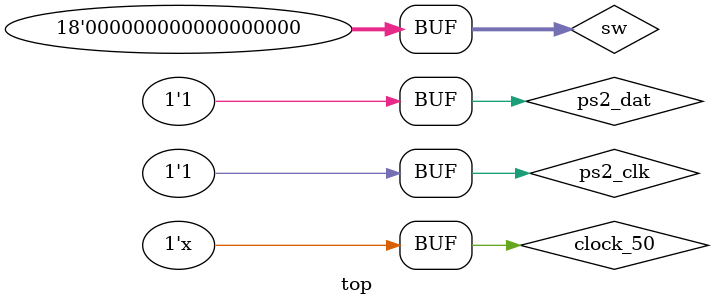
<source format=sv>
`default_nettype none

  module top();

   logic          vga_clk;                      // vga clock
   logic          vga_hs;                       // vga h_sync
   logic          vga_vs;                       // vga v_sync
   logic          vga_blank;                    // vga blank
   logic          vga_sync;                     // vga sync
   logic [9:0]    vga_r;                        // vga red[9:0]
   logic [9:0]    vga_g;                        // vga green[9:0]
   logic [9:0]    vga_b;                        // vga blue[9:0]

   logic          clock_50;
   logic [17:0]   sw;
   logic [6:0]    hex0;         // seven segment digit 0
   logic [6:0]    hex1;         // seven segment digit 1
   logic [6:0]    hex2;         // seven segment digit 2
   logic [6:0]    hex3;         // seven segment digit 3
   logic [6:0]    hex4;         // seven segment digit 4
   logic [6:0]    hex5;         // seven segment digit 5
   logic [6:0]    hex6;         // seven segment digit 6
   logic [6:0]    hex7;         // seven segment digit 7

   logic [8:0]    ledg;         // led green[8:0]
   logic [17:0]   ledr;         // led red[17:0]

   // PS2
   logic          ps2_dat = 1;      // ps2 data
   logic          ps2_clk = 1;      // ps2 clock

   // Instantiation du FPGA
   DE2_fpga DE2_fpga(.clock_50,
                     .vga_clk,
                     .vga_hs,
                     .vga_vs,
                     .vga_blank,
                     .vga_sync,
                     .vga_r,
                     .vga_g,
                     .vga_b,
                     .sw,
                     .hex0, .hex1, .hex2, .hex3, .hex4, .hex5, .hex6, .hex7,
                     .ledg,
                     .ledr,
                     .ps2_dat,
                     .ps2_clk);

   // Génération de l'horloge 50MHz
   initial
     clock_50 = 0;

   always
     #20 clock_50 <= ~clock_50;

   // Valeurs des switchs, etc.
   assign sw = 0;

endmodule



</source>
